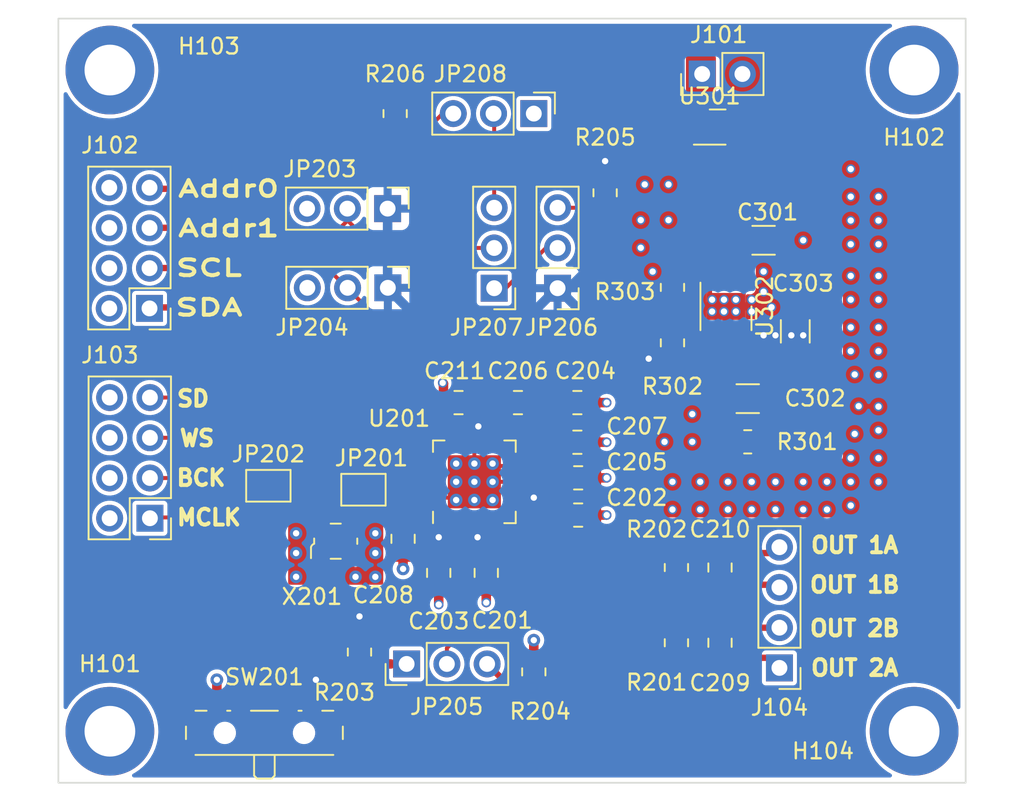
<source format=kicad_pcb>
(kicad_pcb (version 20211014) (generator pcbnew)
  (title_block (comment 4 "AISLER Project ID: GAIMMOWV"))
  (layers (0 "F.Cu" signal) (1 "In1.Cu" signal) (2 "In2.Cu" signal) (31 "B.Cu" signal) (34 "B.Paste" user) (35 "F.Paste" user) (36 "B.SilkS" user "B.Silkscreen") (37 "F.SilkS" user "F.Silkscreen") (38 "B.Mask" user) (39 "F.Mask" user) (44 "Edge.Cuts" user))
  (net 0 "")
  (net 1 "GND")
  (net 2 "/DAC_ES9033/PGND")
  (net 3 "Net-(C206-Pad1)")
  (net 4 "/DAC_ES9033/DAC_OUT1")
  (net 5 "/DAC_ES9033/DAC_OUT2")
  (net 6 "/DAC_ES9033/SDA")
  (net 7 "/DAC_ES9033/SCL")
  (net 8 "/DAC_ES9033/ADDR0")
  (net 9 "/DAC_ES9033/ADDR1")
  (net 10 "/DAC_ES9033/DAC_BCK")
  (net 11 "/DAC_ES9033/MCLK")
  (net 12 "/DAC_ES9033/DAC_WS")
  (net 13 "/DAC_ES9033/DAC_SDO")
  (net 14 "Net-(JP205-Pad3)")
  (net 15 "Net-(JP206-Pad3)")
  (net 16 "Net-(R201-Pad1)")
  (net 17 "Net-(R202-Pad1)")
  (net 18 "/DAC_ES9033/HW1")
  (net 19 "Net-(C205-Pad1)")
  (net 20 "Net-(C207-Pad1)")
  (net 21 "Net-(C206-Pad2)")
  (net 22 "/DAC_ES9033/HW0")
  (net 23 "/DAC_ES9033/MODE")
  (net 24 "/DAC_ES9033/HW2")
  (net 25 "/DAC_ES9033/MUTE_CTRL")
  (net 26 "+5V")
  (net 27 "Net-(R302-Pad2)")
  (net 28 "Net-(C302-Pad1)")
  (net 29 "+3V3")
  (net 30 "Net-(C302-Pad2)")
  (net 31 "Net-(C303-Pad4)")
  (net 32 "/DAC_ES9033/MCLK_DAC_IN")
  (net 33 "Net-(JP205-Pad1)")
  (net 34 "Net-(JP206-Pad2)")
  (net 35 "Net-(JP207-Pad3)")
  (net 36 "Net-(JP208-Pad3)")
  (net 37 "Net-(JP201-Pad1)")
  (net 39 "Net-(U201-Pad2)")
  (net 40 "/DAC_ES9033/DAC_ENABLE")
  (footprint "Jumper:SolderJumper-2_P1.3mm_Open_Pad1.0x1.5mm" (layer "F.Cu") (at 47.25 69.75 180)
    (fp_text reference "JP202")
    (fp_text value "jumper_open")
  )
  (footprint "Connector_PinHeader_2.54mm:PinHeader_1x03_P2.54mm_Vertical" (layer "F.Cu") (at 65.5 57.275 180)
    (fp_text reference "JP206")
    (fp_text value "Jumper_3_Open")
  )
  (footprint "NetTie:NetTie-2_SMD_Pad0.5mm" (layer "F.Cu") (at 42.79 51)
    (fp_text reference "NT203" hide)
    (fp_text value "NetTie_2" hide)
  )
  (footprint "Resistor_SMD:R_0805_2012Metric" (layer "F.Cu") (at 68.5 51.25 90)
    (fp_text reference "R205")
    (fp_text value "47k")
  )
  (footprint "Package_DFN_QFN:DFN-10-1EP_3x3mm_P0.5mm_EP1.7x2.5mm" (layer "F.Cu") (at 76.125 58.425 -90)
    (fp_text reference "U302")
    (fp_text value "LT3042")
  )
  (footprint "Capacitor_SMD:C_0805_2012Metric" (layer "F.Cu") (at 61 75.25 -90)
    (fp_text reference "C201")
    (fp_text value "1u")
  )
  (footprint "Package_SON:WSON-6-1EP_2x2mm_P0.65mm_EP1x1.6mm" (layer "F.Cu") (at 75.1 47.1)
    (fp_text reference "U301")
    (fp_text value "TVS1400DRV")
  )
  (footprint "Resistor_SMD:R_0805_2012Metric" (layer "F.Cu") (at 73 74.9125 90)
    (fp_text reference "R202")
    (fp_text value "300")
  )
  (footprint "Capacitor_SMD:C_0805_2012Metric" (layer "F.Cu") (at 55.75 73.1 -90)
    (fp_text reference "C208")
    (fp_text value "1u")
  )
  (footprint "Resistor_SMD:R_0805_2012Metric" (layer "F.Cu") (at 72.75 57.225 90)
    (fp_text reference "R303")
    (fp_text value "49k9")
  )
  (footprint "Capacitor_SMD:C_0805_2012Metric" (layer "F.Cu") (at 66.8 69.25)
    (fp_text reference "C205")
    (fp_text value "1u")
  )
  (footprint "Capacitor_SMD:C_1206_3216Metric" (layer "F.Cu") (at 77.5 64.25)
    (fp_text reference "C302")
    (fp_text value "u47")
  )
  (footprint "Capacitor_SMD:C_0805_2012Metric" (layer "F.Cu") (at 66.75 64.5)
    (fp_text reference "C204")
    (fp_text value "4u7")
  )
  (footprint "project_lib:1206_split" (layer "F.Cu") (at 80.5 60 -90)
    (fp_text reference "C303")
    (fp_text value "4u7")
  )
  (footprint "NetTie:NetTie-2_SMD_Pad0.5mm" (layer "F.Cu") (at 42.79 58.5)
    (fp_text reference "NT201" hide)
    (fp_text value "NetTie_2" hide)
  )
  (footprint "Connector_PinHeader_2.54mm:PinHeader_2x04_P2.54mm_Vertical" (layer "F.Cu") (at 39.775 71.8 180)
    (fp_text reference "J103")
    (fp_text value "conn_2x4_P2.52mm")
  )
  (footprint "Capacitor_SMD:C_1206_3216Metric" (layer "F.Cu") (at 78.5 54.25)
    (fp_text reference "C301")
    (fp_text value "4u7")
  )
  (footprint "Connector_PinHeader_2.54mm:PinHeader_1x03_P2.54mm_Vertical" (layer "F.Cu") (at 54.79 57.25 -90)
    (fp_text reference "JP204")
    (fp_text value "Jumper_3_Open")
  )
  (footprint "MountingHole:MountingHole_3.2mm_M3_DIN965_Pad" (layer "F.Cu") (at 37.25 85.25)
    (fp_text reference "H101")
    (fp_text value "MountingHole_Pad")
  )
  (footprint "Connector_PinHeader_2.54mm:PinHeader_1x03_P2.54mm_Vertical" (layer "F.Cu") (at 61.5 57.275 180)
    (fp_text reference "JP207")
    (fp_text value "Jumper_3_Open")
  )
  (footprint "NetTie:NetTie-2_SMD_Pad0.5mm" (layer "F.Cu") (at 42.79 55.99)
    (fp_text reference "NT202" hide)
    (fp_text value "NetTie_2" hide)
  )
  (footprint "Connector_PinHeader_2.54mm:PinHeader_1x04_P2.54mm_Vertical" (layer "F.Cu") (at 79.5 81.25 180)
    (fp_text reference "J104")
    (fp_text value "Conn_01x04")
  )
  (footprint "Connector_PinHeader_2.54mm:PinHeader_2x04_P2.54mm_Vertical" (layer "F.Cu") (at 39.75 58.55 180)
    (fp_text reference "J102")
    (fp_text value "conn_2x4_P2.52mm")
  )
  (footprint "Capacitor_SMD:C_0805_2012Metric" (layer "F.Cu") (at 66.8 71.6)
    (fp_text reference "C202")
    (fp_text value "1u")
  )
  (footprint "MountingHole:MountingHole_3.2mm_M3_DIN965_Pad" (layer "F.Cu") (at 37.25 43.5)
    (fp_text reference "H103")
    (fp_text value "MountingHole_Pad")
  )
  (footprint "Connector_PinHeader_2.54mm:PinHeader_1x03_P2.54mm_Vertical" (layer "F.Cu") (at 55.975 81 90)
    (fp_text reference "JP205")
    (fp_text value "Jumper_3_Open")
  )
  (footprint "MountingHole:MountingHole_3.2mm_M3_DIN965_Pad" (layer "F.Cu") (at 88 43.5)
    (fp_text reference "H102")
    (fp_text value "MountingHole_Pad")
  )
  (footprint "Connector_PinHeader_2.54mm:PinHeader_1x03_P2.54mm_Vertical" (layer "F.Cu") (at 64 46.25 -90)
    (fp_text reference "JP208")
    (fp_text value "Jumper_3_Open")
  )
  (footprint "Resistor_SMD:R_0805_2012Metric" (layer "F.Cu") (at 77.5 66.975)
    (fp_text reference "R301")
    (fp_text value "33k2")
  )
  (footprint "Jumper:SolderJumper-2_P1.3mm_Open_Pad1.0x1.5mm" (layer "F.Cu") (at 53.25 70)
    (fp_text reference "JP201")
    (fp_text value "jumper_open")
  )
  (footprint "MountingHole:MountingHole_3.2mm_M3_DIN965_Pad" (layer "F.Cu") (at 88 85.25)
    (fp_text reference "H104")
    (fp_text value "MountingHole_Pad")
  )
  (footprint "Resistor_SMD:R_0805_2012Metric" (layer "F.Cu") (at 73 79.6625 -90)
    (fp_text reference "R201")
    (fp_text value "300")
  )
  (footprint "Resistor_SMD:R_0805_2012Metric" (layer "F.Cu") (at 53 80.25 90)
    (fp_text reference "R203")
    (fp_text value "47k")
  )
  (footprint "Capacitor_SMD:C_0805_2012Metric" (layer "F.Cu") (at 58 75.25 -90)
    (fp_text reference "C203")
    (fp_text value "1u")
  )
  (footprint "Capacitor_SMD:C_0805_2012Metric" (layer "F.Cu") (at 59.25 64.5 180)
    (fp_text reference "C211")
    (fp_text value "1u")
  )
  (footprint "NetTie:NetTie-2_SMD_Pad0.5mm" (layer "F.Cu") (at 42.79 53.49)
    (fp_text reference "NT204" hide)
    (fp_text value "NetTie_2" hide)
  )
  (footprint "Resistor_SMD:R_0805_2012Metric" (layer "F.Cu") (at 64 81.5 90)
    (fp_text reference "R204")
    (fp_text value "47k")
  )
  (footprint "Capacitor_SMD:C_0805_2012Metric" (layer "F.Cu") (at 63 64.5 180)
    (fp_text reference "C206")
    (fp_text value "2u2")
  )
  (footprint "Connector_PinHeader_2.54mm:PinHeader_1x02_P2.54mm_Vertical" (layer "F.Cu") (at 74.625 43.75 90)
    (fp_text reference "J101")
    (fp_text value "Conn_01x02")
  )
  (footprint "Capacitor_SMD:C_0805_2012Metric" (layer "F.Cu") (at 75.75 74.9125 90)
    (fp_text reference "C210")
    (fp_text value "2n2")
  )
  (footprint "Resistor_SMD:R_0805_2012Metric" (layer "F.Cu") (at 72.75 60.725 90)
    (fp_text reference "R302")
    (fp_text value "453k")
  )
  (footprint "Oscillator:Oscillator_SMD_ECS_2520MV-xxx-xx-4Pin_2.5x2.0mm" (layer "F.Cu") (at 51.5 73.25 90)
    (fp_text reference "X201")
    (fp_text value "ECS-2520MV-xxx-xx")
  )
  (footprint "Button_Switch_SMD:SW_SP3T_PCM13" (layer "F.Cu") (at 47 85.025)
    (fp_text reference "SW201")
    (fp_text value "SW_SP3T")
  )
  (footprint "Resistor_SMD:R_0805_2012Metric" (layer "F.Cu") (at 55.25 46.25 90)
    (fp_text reference "R206")
    (fp_text value "47k")
  )
  (footprint "Connector_PinHeader_2.54mm:PinHeader_1x03_P2.54mm_Vertical" (layer "F.Cu") (at 54.775 52.25 -90)
    (fp_text reference "JP203")
    (fp_text value "Jumper_3_Open")
  )
  (footprint "Package_DFN_QFN:QFN-28-1EP_5x5mm_P0.5mm_EP3.35x3.35mm" (layer "F.Cu") (at 60.25 69.5 90)
    (fp_text reference "U201")
    (fp_text value "ES9033")
  )
  (footprint "Capacitor_SMD:C_0805_2012Metric" (layer "F.Cu") (at 66.75 67)
    (fp_text reference "C207")
    (fp_text value "1u")
  )
  (footprint "Capacitor_SMD:C_0805_2012Metric" (layer "F.Cu") (at 75.75 79.6625 -90)
    (fp_text reference "C209")
    (fp_text value "2n2")
  )
  (gr_rect (start 34 40.25) (end 91.25 88.5) (layer "Edge.Cuts") (width 0.1) (fill none))
  (gr_text "BCK\n" (at 43 69.25) (layer "F.SilkS") (effects (font (size 1 1) (thickness 0.25))))
  (gr_text "Addr1\n" (at 44.75 53.5) (layer "F.SilkS") (effects (font (size 1 1.5) (thickness 0.25))))
  (gr_text "OUT 2A\n" (at 84.25 81.25) (layer "F.SilkS") (effects (font (size 1 1) (thickness 0.25))))
  (gr_text "OUT 2B" (at 84.25 78.75) (layer "F.SilkS") (effects (font (size 1 1) (thickness 0.25))))
  (gr_text "SCL" (at 43.5 56) (layer "F.SilkS") (effects (font (size 1 1.5) (thickness 0.25))))
  (gr_text "SDA\n" (at 43.5 58.5) (layer "F.SilkS") (effects (font (size 1 1.5) (thickness 0.25))))
  (gr_text "OUT 1A" (at 84.25 73.5) (layer "F.SilkS") (effects (font (size 1 1) (thickness 0.25))))
  (gr_text "SD" (at 42.5 64.25) (layer "F.SilkS") (effects (font (size 1 1) (thickness 0.25))))
  (gr_text "WS" (at 42.75 66.75) (layer "F.SilkS") (effects (font (size 1 1) (thickness 0.25))))
  (gr_text "MCLK\n" (at 43.5 71.75) (layer "F.SilkS") (effects (font (size 1 1) (thickness 0.25))))
  (gr_text "Addr0" (at 44.75 51) (layer "F.SilkS") (effects (font (size 1 1.5) (thickness 0.25))))
  (gr_text "OUT 1B" (at 84.25 76) (layer "F.SilkS") (effects (font (size 1 1) (thickness 0.25))))
  (segment (start 79.975 54.25) (end 81 54.25) (width 0.6) (layer "F.Cu") (net 1))
  (segment (start 60.75 71.95) (end 60.75 71.15) (width 0.25) (layer "F.Cu") (net 1))
  (segment (start 61 76.375) (end 61 77.125) (width 0.6) (layer "F.Cu") (net 1))
  (segment (start 58.3 63.3) (end 58.3 64.5) (width 0.6) (layer "F.Cu") (net 1))
  (segment (start 75.75 78.7125) (end 79.4975 78.7125) (width 0.4) (layer "F.Cu") (net 1))
  (segment (start 67.25 77.25) (end 75.75 77.25) (width 0.4) (layer "F.Cu") (net 1))
  (segment (start 79 58.475) (end 79.05 58.525) (width 0.6) (layer "F.Cu") (net 1))
  (segment (start 58.25 63.25) (end 58.3 63.3) (width 0.6) (layer "F.Cu") (net 1))
  (segment (start 68.6 69.25) (end 67.595 69.25) (width 0.6) (layer "F.Cu") (net 1))
  (segment (start 62.7 69.5) (end 61.4 69.5) (width 0.25) (layer "F.Cu") (net 1))
  (segment (start 62.75 72.75) (end 67.25 77.25) (width 0.4) (layer "F.Cu") (net 1))
  (segment (start 58 76.225) (end 58 77.25) (width 0.6) (layer "F.Cu") (net 1))
  (segment (start 60.25 67.05) (end 60.25 68.35) (width 0.25) (layer "F.Cu") (net 1))
  (segment (start 68.6 67) (end 67.545 67) (width 0.6) (layer "F.Cu") (net 1))
  (segment (start 68.6 64.5) (end 67.95 64.5) (width 0.6) (layer "F.Cu") (net 1))
  (segment (start 75.125 57.875) (end 75.25 58) (width 0.25) (layer "F.Cu") (net 1))
  (segment (start 55.75 75) (end 55.75 73.95) (width 0.6) (layer "F.Cu") (net 1))
  (segment (start 57.8 70.5) (end 58.95 70.5) (width 0.25) (layer "F.Cu") (net 1))
  (segment (start 76 59.2) (end 76.125 59.325) (width 0.25) (layer "F.Cu") (net 1))
  (segment (start 64 79.5) (end 64 80.5875) (width 0.6) (layer "F.Cu") (net 1))
  (segment (start 75.75 75.8625) (end 75.75 77.25) (width 0.4) (layer "F.Cu") (net 1))
  (segment (start 75.8875 76) (end 79.33 76) (width 0.4) (layer "F.Cu") (net 1))
  (segment (start 44 83.595) (end 44 82) (width 0.6) (layer "F.Cu") (net 1))
  (segment (start 76 58.75) (end 76 59.2) (width 0.25) (layer "F.Cu") (net 1))
  (segment (start 79.05 58.525) (end 80 58.525) (width 0.6) (layer "F.Cu") (net 1))
  (segment (start 60.75 71.15) (end 60.25 70.65) (width 0.25) (layer "F.Cu") (net 1))
  (segment (start 61.75 72.25) (end 61.75 71.95) (width 0.25) (layer "F.Cu") (net 1))
  (segment (start 76.125 59.325) (end 76.125 59.8875) (width 0.25) (layer "F.Cu") (net 1))
  (segment (start 62.25 72.75) (end 61.75 72.25) (width 0.25) (layer "F.Cu") (net 1))
  (segment (start 75.125 56.9625) (end 75.125 57.875) (width 0.25) (layer "F.Cu") (net 1))
  (segment (start 62.7 68.5) (end 61.55 68.5) (width 0.25) (layer "F.Cu") (net 1))
  (segment (start 62.25 72.75) (end 62.75 72.75) (width 0.4) (layer "F.Cu") (net 1))
  (segment (start 79.33 76) (end 79.5 76.17) (width 0.4) (layer "F.Cu") (net 1))
  (segment (start 68.6 71.6) (end 67.845 71.6) (width 0.6) (layer "F.Cu") (net 1))
  (segment (start 79.4975 78.7125) (end 79.5 78.71) (width 0.4) (layer "F.Cu") (net 1))
  (segment (start 75.75 77.25) (end 75.75 78.7125) (width 0.4) (layer "F.Cu") (net 1))
  (via (at 61.4 70.65) (size 0.8) (drill 0.4) (layers "F.Cu" "B.Cu") (net 1))
  (via (at 77.75 58.75) (size 0.6) (drill 0.4) (layers "F.Cu" "B.Cu") (net 1))
  (via (at 79 58.475) (size 0.6) (drill 0.4) (layers "F.Cu" "B.Cu") (net 1))
  (via (at 76.75 58.75) (size 0.6) (drill 0.4) (layers "F.Cu" "B.Cu") (net 1))
  (via (at 85.75 69.5) (size 0.6) (drill 0.4) (layers "F.Cu" "B.Cu") (net 1))
  (via (at 84.25 62.725) (size 0.6) (drill 0.4) (layers "F.Cu" "B.Cu") (net 1))
  (via (at 85.75 59.75) (size 0.6) (drill 0.4) (layers "F.Cu" "B.Cu") (net 1))
  (via (at 76.25 69.5) (size 0.6) (drill 0.4) (layers "F.Cu" "B.Cu") (net 1))
  (via (at 76 58.75) (size 0.6) (drill 0.4) (layers "F.Cu" "B.Cu") (net 1))
  (via (at 84 68) (size 0.6) (drill 0.4) (layers "F.Cu" "B.Cu") (net 1))
  (via (at 85.75 68) (size 0.6) (drill 0.4) (layers "F.Cu" "B.Cu") (net 1))
  (via (at 68.6 71.6) (size 0.6) (drill 0.4) (layers "F.Cu" "B.Cu") (net 1))
  (via (at 76.75 58) (size 0.6) (drill 0.4) (layers "F.Cu" "B.Cu") (net 1))
  (via (at 72.75 69.5) (size 0.6) (drill 0.4) (layers "F.Cu" "B.Cu") (net 1))
  (via (at 82.5 69.5) (size 0.6) (drill 0.4) (layers "F.Cu" "B.Cu") (net 1))
  (via (at 61.4 69.5) (size 0.8) (drill 0.4) (layers "F.Cu" "B.Cu") (net 1))
  (via (at 85.75 56.5) (size 0.6) (drill 0.4) (layers "F.Cu" "B.Cu") (net 1))
  (via (at 49 72.75) (size 0.8) (drill 0.4) (layers "F.Cu" "B.Cu") (net 1))
  (via (at 72.75 71.25) (size 0.6) (drill 0.4) (layers "F.Cu" "B.Cu") (net 1))
  (via (at 85.75 66.25) (size 0.6) (drill 0.4) (layers "F.Cu" "B.Cu") (net 1))
  (via (at 58 77.25) (size 0.6) (drill 0.4) (layers "F.Cu" "B.Cu") (net 1))
  (via (at 76.25 71.25) (size 0.6) (drill 0.4) (layers "F.Cu" "B.Cu") (net 1))
  (via (at 84 69.5) (size 0.6) (drill 0.4) (layers "F.Cu" "B.Cu") (net 1))
  (via (at 84 59.75) (size 0.6) (drill 0.4) (layers "F.Cu" "B.Cu") (net 1))
  (via (at 85.75 62.75) (size 0.6) (drill 0.4) (layers "F.Cu" "B.Cu") (net 1))
  (via (at 44 82) (size 0.8) (drill 0.4) (layers "F.Cu" "B.Cu") (net 1))
  (via (at 85.75 64.75) (size 0.6) (drill 0.4) (layers "F.Cu" "B.Cu") (net 1))
  (via (at 77.75 58) (size 0.6) (drill 0.4) (layers "F.Cu" "B.Cu") (net 1))
  (via (at 70.75 52.975) (size 0.6) (drill 0.4) (layers "F.Cu" "B.Cu") (net 1))
  (via (at 71 50.725) (size 0.6) (drill 0.4) (layers "F.Cu" "B.Cu") (net 1))
  (via (at 78.5 56.225) (size 0.6) (drill 0.4) (layers "F.Cu" "B.Cu") (net 1))
  (via (at 84 56.5) (size 0.6) (drill 0.4) (layers "F.Cu" "B.Cu") (net 1))
  (via (at 78.5 57.5) (size 0.6) (drill 0.4) (layers "F.Cu" "B.Cu") (net 1))
  (via (at 85.75 53) (size 0.6) (drill 0.4) (layers "F.Cu" "B.Cu") (net 1))
  (via (at 55.75 75) (size 0.8) (drill 0.4) (layers "F.Cu" "B.Cu") (net 1))
  (via (at 81 71.25) (size 0.6) (drill 0.4) (layers "F.Cu" "B.Cu") (net 1))
  (via (at 84 61.25) (size 0.6) (drill 0.4) (layers "F.Cu" "B.Cu") (net 1))
  (via (at 72.5 52.975) (size 0.6) (drill 0.4) (layers "F.Cu" "B.Cu") (net 1))
  (via (at 60.25 68.35) (size 0.8) (drill 0.4) (layers "F.Cu" "B.Cu") (net 1))
  (via (at 85.75 51.5) (size 0.6) (drill 0.4) (layers "F.Cu" "B.Cu") (net 1))
  (via (at 59.1 70.65) (size 0.8) (drill 0.4) (layers "F.Cu" "B.Cu") (net 1))
  (via (at 72.25 66.975) (size 0.6) (drill 0.4) (layers "F.Cu" "B.Cu") (net 1))
  (via (at 60.25 69.5) (size 0.8) (drill 0.4) (layers "F.Cu" "B.Cu") (net 1))
  (via (at 64 79.5) (size 0.8) (drill 0.4) (layers "F.Cu" "B.Cu") (net 1))
  (via (at 84 58) (size 0.6) (drill 0.4) (layers "F.Cu" "B.Cu") (net 1))
  (via (at 49 74) (size 0.8) (drill 0.4) (layers "F.Cu" "B.Cu") (net 1))
  (via (at 84 71) (size 0.6) (drill 0.4) (layers "F.Cu" "B.Cu") (net 1))
  (via (at 74.5 71.25) (size 0.6) (drill 0.4) (layers "F.Cu" "B.Cu") (net 1))
  (via (at 79.25 71.25) (size 0.6) (drill 0.4) (layers "F.Cu" "B.Cu") (net 1))
  (via (at 72.5 50.725) (size 0.6) (drill 0.4) (layers "F.Cu" "B.Cu") (net 1))
  (via (at 85.75 54.5) (size 0.6) (drill 0.4) (layers "F.Cu" "B.Cu") (net 1))
  (via (at 74 65.225) (size 0.6) (drill 0.4) (layers "F.Cu" "B.Cu") (net 1))
  (via (at 68.6 69.25) (size 0.6) (drill 0.4) (layers "F.Cu" "B.Cu") (net 1))
  (via (at 75.25 58.75) (size 0.6) (drill 0.4) (layers "F.Cu" "B.Cu") (net 1))
  (via (at 52.75 75.5) (size 0.8) (drill 0.4) (layers "F.Cu" "B.Cu") (net 1))
  (via (at 81 54.25) (size 0.6) (drill 0.4) (layers "F.Cu" "B.Cu") (net 1))
  (via (at 70.75 54.725) (size 0.6) (drill 0.4) (layers "F.Cu" "B.Cu") (net 1))
  (via (at 84 51.5) (size 0.6) (drill 0.4) (layers "F.Cu" "B.Cu") (net 1))
  (via (at 79.25 69.5) (size 0.6) (drill 0.4) (layers "F.Cu" "B.Cu") (net 1))
  (via (at 84 53) (size 0.6) (drill 0.4) (layers "F.Cu" "B.Cu") (net 1))
  (via (at 68.6 67) (size 0.6) (drill 0.4) (layers "F.Cu" "B.Cu") (net 1))
  (via (at 74.5 69.5) (size 0.6) (drill 0.4) (layers "F.Cu" "B.Cu") (net 1))
  (via (at 61.4 68.35) (size 0.8) (drill 0.4) (layers "F.Cu" "B.Cu") (net 1))
  (via (at 58.25 63.25) (size 0.6) (drill 0.4) (layers "F.Cu" "B.Cu") (net 1))
  (via (at 84.5 64.725) (size 0.6) (drill 0.4) (layers "F.Cu" "B.Cu") (net 1))
  (via (at 84 49.75) (size 0.6) (drill 0.4) (layers "F.Cu" "B.Cu") (net 1))
  (via (at 74 66.975) (size 0.6) (drill 0.4) (layers "F.Cu" "B.Cu") (net 1))
  (via (at 84.25 66.475) (size 0.6) (drill 0.4) (layers "F.Cu" "B.Cu") (net 1))
  (via (at 49 75.5) (size 0.8) (drill 0.4) (layers "F.Cu" "B.Cu") (net 1))
  (via (at 76 58) (size 0.6) (drill 0.4) (layers "F.Cu" "B.Cu") (net 1))
  (via (at 75.25 58) (size 0.6) (drill 0.4) (layers "F.Cu" "B.Cu") (net 1))
  (via (at 54 75.5) (size 0.8) (drill 0.4) (layers "F.Cu" "B.Cu") (net 1))
  (via (at 81 69.5) (size 0.6) (drill 0.4) (layers "F.Cu" "B.Cu") (net 1))
  (via (at 84 54.5) (size 0.6) (drill 0.4) (layers "F.Cu" "B.Cu") (net 1))
  (via (at 61 77.125) (size 0.6) (drill 0.4) (layers "F.Cu" "B.Cu") (net 1))
  (via (at 77.75 69.5) (size 0.6) (drill 0.4) (layers "F.Cu" "B.Cu") (net 1))
  (via (at 71.5 56.225) (size 0.6) (drill 0.4) (layers "F.Cu" "B.Cu") (net 1))
  (via (at 59.1 69.5) (size 0.8) (drill 0.4) (layers "F.Cu" "B.Cu") (net 1))
  (via (at 54 74) (size 0.8) (drill 0.4) (layers "F.Cu" "B.Cu") (net 1))
  (via (at 59.1 68.35) (size 0.8) (drill 0.4) (layers "F.Cu" "B.Cu") (net 1))
  (via (at 85.75 61.25) (size 0.6) (drill 0.4) (layers "F.Cu" "B.Cu") (net 1))
  (via (at 68.6 64.5) (size 0.6) (drill 0.4) (layers "F.Cu" "B.Cu") (net 1))
  (via (at 82.5 71.25) (size 0.6) (drill 0.4) (layers "F.Cu" "B.Cu") (net 1))
  (via (at 54 72.75) (size 0.8) (drill 0.4) (layers "F.Cu" "B.Cu") (net 1))
  (via (at 85.75 58) (size 0.6) (drill 0.4) (layers "F.Cu" "B.Cu") (net 1))
  (via (at 60.25 70.65) (size 0.8) (drill 0.4) (layers "F.Cu" "B.Cu") (net 1))
  (via (at 77.75 71.25) (size 0.6) (drill 0.4) (layers "F.Cu" "B.Cu") (net 1))
  (segment (start 65.8 64.95) (end 65.8 64.5) (width 0.25) (layer "F.Cu") (net 2))
  (segment (start 63 68) (end 64 67) (width 0.25) (layer "F.Cu") (net 2))
  (segment (start 64 67) (end 64 66.75) (width 0.25) (layer "F.Cu") (net 2))
  (segment (start 64 66.75) (end 65.8 64.95) (width 0.25) (layer "F.Cu") (net 2))
  (segment (start 62.7 68) (end 63 68) (width 0.25) (layer "F.Cu") (net 2))
  (segment (start 63.95 64.5) (end 63.95 64.55) (width 0.25) (layer "F.Cu") (net 3))
  (segment (start 63.95 64.55) (end 61.75 66.75) (width 0.25) (layer "F.Cu") (net 3))
  (segment (start 61.75 66.75) (end 61.75 67.05) (width 0.25) (layer "F.Cu") (net 3))
  (segment (start 78.8625 80.6125) (end 79.5 81.25) (width 0.4) (layer "F.Cu") (net 4))
  (segment (start 75.75 80.6125) (end 78.8625 80.6125) (width 0.4) (layer "F.Cu") (net 4))
  (segment (start 73 80.575) (end 75.7125 80.575) (width 0.4) (layer "F.Cu") (net 4))
  (segment (start 75.7875 74) (end 79.13 74) (width 0.4) (layer "F.Cu") (net 5))
  (segment (start 79.13 74) (end 79.5 73.63) (width 0.4) (layer "F.Cu") (net 5))
  (segment (start 73 74) (end 75.7125 74) (width 0.6) (layer "F.Cu") (net 5))
  (segment (start 42.5 58.49) (end 39.8 58.49) (width 0.4) (layer "F.Cu") (net 6))
  (segment (start 42.28 56) (end 42.29 55.99) (width 0.4) (layer "F.Cu") (net 7))
  (segment (start 39.75 56) (end 42.28 56) (width 0.4) (layer "F.Cu") (net 7))
  (segment (start 42.26 53.46) (end 42.29 53.49) (width 0.4) (layer "F.Cu") (net 8))
  (segment (start 39.75 53.46) (end 42.26 53.46) (width 0.4) (layer "F.Cu") (net 8))
  (segment (start 39.75 50.92) (end 39.83 51) (width 0.4) (layer "F.Cu") (net 9))
  (segment (start 39.83 51) (end 42.485 51) (width 0.4) (layer "F.Cu") (net 9))
  (segment (start 42.485 51) (end 42.5 51.015) (width 0.4) (layer "F.Cu") (net 9))
  (segment (start 57.8 69.5) (end 56 69.5) (width 0.25) (layer "F.Cu") (net 10))
  (segment (start 56 69.5) (end 54 67.5) (width 0.25) (layer "F.Cu") (net 10))
  (segment (start 54 67.5) (end 45.25 67.5) (width 0.25) (layer "F.Cu") (net 10))
  (segment (start 45.25 67.5) (end 43.49 69.26) (width 0.25) (layer "F.Cu") (net 10))
  (segment (start 43.49 69.26) (end 39.775 69.26) (width 0.25) (layer "F.Cu") (net 10))
  (segment (start 39.825 71.75) (end 44.6 71.75) (width 0.25) (layer "F.Cu") (net 11))
  (segment (start 39.775 71.8) (end 39.825 71.75) (width 0.25) (layer "F.Cu") (net 11))
  (segment (start 44.6 71.75) (end 46.6 69.75) (width 0.25) (layer "F.Cu") (net 11))
  (segment (start 57.8 69) (end 56.5 69) (width 0.25) (layer "F.Cu") (net 12))
  (segment (start 53.5 66) (end 43.75 66) (width 0.25) (layer "F.Cu") (net 12))
  (segment (start 56.5 69) (end 53.5 66) (width 0.25) (layer "F.Cu") (net 12))
  (segment (start 43.75 66) (end 43.03 66.72) (width 0.25) (layer "F.Cu") (net 12))
  (segment (start 43.03 66.72) (end 39.775 66.72) (width 0.25) (layer "F.Cu") (net 12))
  (segment (start 57.25 68.5) (end 52.93 64.18) (width 0.25) (layer "F.Cu") (net 13))
  (segment (start 52.93 64.18) (end 39.775 64.18) (width 0.25) (layer "F.Cu") (net 13))
  (segment (start 57.8 68.5) (end 57.25 68.5) (width 0.25) (layer "F.Cu") (net 13))
  (segment (start 62.455 82.4) (end 61.055 81) (width 0.4) (layer "F.Cu") (net 14))
  (segment (start 63.1875 82.4) (end 62.455 82.4) (width 0.4) (layer "F.Cu") (net 14))
  (segment (start 63.2 82.4125) (end 63.1875 82.4) (width 0.4) (layer "F.Cu") (net 14))
  (segment (start 65.5 52.195) (end 68.2175 52.195) (width 0.25) (layer "F.Cu") (net 15))
  (segment (start 68.2175 52.195) (end 68.5 51.9125) (width 0.25) (layer "F.Cu") (net 15))
  (segment (start 61.5 73) (end 61.25 72.75) (width 0.25) (layer "F.Cu") (net 16))
  (segment (start 61.5 73) (end 67.25 78.75) (width 0.4) (layer "F.Cu") (net 16))
  (segment (start 67.25 78.75) (end 73 78.75) (width 0.4) (layer "F.Cu") (net 16))
  (segment (start 61.25 72.75) (end 61.25 71.95) (width 0.25) (layer "F.Cu") (net 16))
  (segment (start 63.25 71) (end 62.7 71) (width 0.25) (layer "F.Cu") (net 17))
  (segment (start 67.575 75.825) (end 73 75.825) (width 0.4) (layer "F.Cu") (net 17))
  (segment (start 63.5 71.25) (end 63.25 71) (width 0.25) (layer "F.Cu") (net 17))
  (segment (start 63.5 71.75) (end 67.575 75.825) (width 0.4) (layer "F.Cu") (net 17))
  (segment (start 63.5 71.25) (end 63.5 71.75) (width 0.4) (layer "F.Cu") (net 17))
  (segment (start 43.29 55.96) (end 43.29 55.99) (width 0.25) (layer "F.Cu") (net 18))
  (segment (start 51 54.25) (end 45 54.25) (width 0.25) (layer "F.Cu") (net 18))
  (segment (start 52.235 53.015) (end 51 54.25) (width 0.25) (layer "F.Cu") (net 18))
  (segment (start 56.25 54.75) (end 54 54.75) (width 0.25) (layer "F.Cu") (net 18))
  (segment (start 52.235 52.25) (end 52.235 53.015) (width 0.25) (layer "F.Cu") (net 18))
  (segment (start 58.25 66.25) (end 57.25 66.25) (width 0.25) (layer "F.Cu") (net 18))
  (segment (start 58.75 66.75) (end 58.25 66.25) (width 0.25) (layer "F.Cu") (net 18))
  (segment (start 45 54.25) (end 43.29 55.96) (width 0.25) (layer "F.Cu") (net 18))
  (segment (start 57 59.25) (end 57 55.5) (width 0.25) (layer "F.Cu") (net 18))
  (segment (start 52.235 52.985) (end 52.235 52.25) (width 0.25) (layer "F.Cu") (net 18))
  (segment (start 58.75 67.05) (end 58.75 66.75) (width 0.25) (layer "F.Cu") (net 18))
  (segment (start 57.25 66.25) (end 56.25 65.25) (width 0.25) (layer "F.Cu") (net 18))
  (segment (start 54 54.75) (end 52.235 52.985) (width 0.25) (layer "F.Cu") (net 18))
  (segment (start 56.25 65.25) (end 56.25 60) (width 0.25) (layer "F.Cu") (net 18))
  (segment (start 57 55.5) (end 56.25 54.75) (width 0.25) (layer "F.Cu") (net 18))
  (segment (start 56.25 60) (end 57 59.25) (width 0.25) (layer "F.Cu") (net 18))
  (segment (start 62.7 70) (end 63.5 70) (width 0.25) (layer "F.Cu") (net 19))
  (segment (start 64.25 69.25) (end 65.695 69.25) (width 0.25) (layer "F.Cu") (net 19))
  (segment (start 56.8 71) (end 57.65 71) (width 0.25) (layer "F.Cu") (net 19))
  (segment (start 55.75 72.05) (end 56.8 71) (width 0.25) (layer "F.Cu") (net 19))
  (segment (start 63.5 70) (end 64.25 69.25) (width 0.25) (layer "F.Cu") (net 19))
  (segment (start 65.25 67) (end 65.8 67) (width 0.25) (layer "F.Cu") (net 20))
  (segment (start 63.25 69) (end 65.25 67) (width 0.25) (layer "F.Cu") (net 20))
  (segment (start 62.7 69) (end 63.25 69) (width 0.25) (layer "F.Cu") (net 20))
  (segment (start 62 65.5) (end 62 64.55) (width 0.25) (layer "F.Cu") (net 21))
  (segment (start 61.25 66.25) (end 61.25 67.05) (width 0.25) (layer "F.Cu") (net 21))
  (segment (start 62 65.5) (end 61.25 66.25) (width 0.25) (layer "F.Cu") (net 21))
  (segment (start 46.54 55.25) (end 50.21 55.25) (width 0.25) (layer "F.Cu") (net 22))
  (segment (start 50.21 55.25) (end 55.5 60.54) (width 0.25) (layer "F.Cu") (net 22))
  (segment (start 55.5 60.54) (end 55.5 65.25) (width 0.25) (layer "F.Cu") (net 22))
  (segment (start 43.29 58.5) (end 46.54 55.25) (width 0.25) (layer "F.Cu") (net 22))
  (segment (start 57.8 67.55) (end 57.8 68) (width 0.25) (layer "F.Cu") (net 22))
  (segment (start 55.5 65.25) (end 57.8 67.55) (width 0.25) (layer "F.Cu") (net 22))
  (segment (start 58.515 81) (end 58.515 80) (width 0.25) (layer "F.Cu") (net 23))
  (segment (start 58.515 80) (end 59.75 78.765) (width 0.25) (layer "F.Cu") (net 23))
  (segment (start 59.75 78.765) (end 59.75 71.95) (width 0.25) (layer "F.Cu") (net 23))
  (segment (start 59.75 66.25) (end 59.25 65.75) (width 0.25) (layer "F.Cu") (net 24))
  (segment (start 57.25 49) (end 45.21 49) (width 0.25) (layer "F.Cu") (net 24))
  (segment (start 45.21 49) (end 43.29 50.92) (width 0.25) (layer "F.Cu") (net 24))
  (segment (start 61.5 54.735) (end 59.265 54.735) (width 0.25) (layer "F.Cu") (net 24))
  (segment (start 59.25 51) (end 57.25 49) (width 0.25) (layer "F.Cu") (net 24))
  (segment (start 59.265 54.735) (end 59.25 54.75) (width 0.25) (layer "F.Cu") (net 24))
  (segment (start 59.75 67.05) (end 59.75 66.25) (width 0.25) (layer "F.Cu") (net 24))
  (segment (start 59.25 65.75) (end 59.25 54.75) (width 0.25) (layer "F.Cu") (net 24))
  (segment (start 59.25 54.75) (end 59.25 51) (width 0.25) (layer "F.Cu") (net 24))
  (segment (start 57 50) (end 46.75 50) (width 0.25) (layer "F.Cu") (net 25))
  (segment (start 46.75 50) (end 43.29 53.46) (width 0.25) (layer "F.Cu") (net 25))
  (segment (start 43.29 53.46) (end 43.29 53.49) (width 0.25) (layer "F.Cu") (net 25))
  (segment (start 58.25 51.25) (end 57 50) (width 0.25) (layer "F.Cu") (net 25))
  (segment (start 58.25 59.5) (end 58.25 51.25) (width 0.25) (layer "F.Cu") (net 25))
  (segment (start 57 65.25) (end 57 60.75) (width 0.25) (layer "F.Cu") (net 25))
  (segment (start 58.5 65.75) (end 57.5 65.75) (width 0.25) (layer "F.Cu") (net 25))
  (segment (start 57.5 65.75) (end 57 65.25) (width 0.25) (layer "F.Cu") (net 25))
  (segment (start 57 60.75) (end 58.25 59.5) (width 0.25) (layer "F.Cu") (net 25))
  (segment (start 59.25 67.05) (end 59.25 66.5) (width 0.25) (layer "F.Cu") (net 25))
  (segment (start 59.25 66.5) (end 58.5 65.75) (width 0.25) (layer "F.Cu") (net 25))
  (segment (start 77.125 56.9625) (end 77.125 56.425) (width 0.25) (layer "F.Cu") (net 26))
  (segment (start 76.6 56.2) (end 76.625 56.225) (width 0.25) (layer "F.Cu") (net 26))
  (segment (start 76.275 56.2) (end 76.6 56.2) (width 0.25) (layer "F.Cu") (net 26))
  (segment (start 76.125 56.35) (end 76.275 56.2) (width 0.25) (layer "F.Cu") (net 26))
  (segment (start 77.125 56.425) (end 76.9 56.2) (width 0.25) (layer "F.Cu") (net 26))
  (segment (start 76.625 56.225) (end 76.625 56.9625) (width 0.25) (layer "F.Cu") (net 26))
  (segment (start 76.125 56.9625) (end 76.125 56.35) (width 0.25) (layer "F.Cu") (net 26))
  (segment (start 76.9 56.2) (end 76.6 56.2) (width 0.25) (layer "F.Cu") (net 26))
  (segment (start 76.025 64.25) (end 76.025 62.025) (width 0.25) (layer "F.Cu") (net 28))
  (segment (start 76.025 62.025) (end 75.625 61.625) (width 0.25) (layer "F.Cu") (net 28))
  (segment (start 75.625 61.625) (end 75.625 59.8875) (width 0.25) (layer "F.Cu") (net 28))
  (segment (start 78.5 60.25) (end 78.1375 59.8875) (width 0.25) (layer "F.Cu") (net 29))
  (segment (start 60.5 73) (end 60.25 72.75) (width 0.25) (layer "F.Cu") (net 29))
  (segment (start 60.75 66.25) (end 60.75 67.05) (width 0.25) (layer "F.Cu") (net 29))
  (segment (start 58 73) (end 58.5 72.5) (width 0.6) (layer "F.Cu") (net 29))
  (segment (start 50.575 75.825) (end 50.575 72.525) (width 0.6) (layer "F.Cu") (net 29))
  (segment (start 68.5 50.3375) (end 68.5 49.25) (width 0.6) (layer "F.Cu") (net 29))
  (segment (start 60.5 73) (end 61 73.5) (width 0.6) (layer "F.Cu") (net 29))
  (segment (start 61 73.5) (end 61 74.3) (width 0.6) (layer "F.Cu") (net 29))
  (segment (start 50 82.25) (end 50 84.07) (width 0.25) (layer "F.Cu") (net 29))
  (segment (start 71.25 61.725) (end 71.3375 61.6375) (width 0.6) (layer "F.Cu") (net 29))
  (segment (start 60.5 66) (end 60.25 65.75) (width 0.6) (layer "F.Cu") (net 29))
  (segment (start 64.25 70.5) (end 65.5 71.75) (width 0.6) (layer "F.Cu") (net 29))
  (segment (start 53 78) (end 52.75 78) (width 0.6) (layer "F.Cu") (net 29))
  (segment (start 71.3375 61.6375) (end 72.75 61.6375) (width 0.6) (layer "F.Cu") (net 29))
  (segment (start 60.5 66) (end 60.75 66.25) (width 0.25) (layer "F.Cu") (net 29))
  (segment (start 60.25 72.75) (end 60.25 71.95) (width 0.25) (layer "F.Cu") (net 29))
  (segment (start 50.25 82) (end 50 82.25) (width 0.25) (layer "F.Cu") (net 29))
  (segment (start 60.45 73) (end 60.5 73) (width 0.6) (layer "F.Cu") (net 29))
  (segment (start 58.75 72.25) (end 58.5 72.5) (width 0.25) (layer "F.Cu") (net 29))
  (segment (start 53 78) (end 53 79.3375) (width 0.6) (layer "F.Cu") (net 29))
  (segment (start 58 74.3) (end 58 73) (width 0.6) (layer "F.Cu") (net 29))
  (segment (start 60.25 65.75) (end 60.25 64.55) (width 0.6) (layer "F.Cu") (net 29))
  (segment (start 64 70.5) (end 62.7 70.5) (width 0.25) (layer "F.Cu") (net 29))
  (segment (start 64 70.5) (end 64.25 70.5) (width 0.6) (layer "F.Cu") (net 29))
  (segment (start 78.1375 59.8875) (end 77.125 59.8875) (width 0.25) (layer "F.Cu") (net 29))
  (segment (start 52.75 78) (end 50.575 75.825) (width 0.6) (layer "F.Cu") (net 29))
  (segment (start 58.75 71.95) (end 58.75 72.25) (width 0.25) (layer "F.Cu") (net 29))
  (via (at 80.25 60.25) (size 0.6) (drill 0.4) (layers "F.Cu" "B.Cu") (net 29))
  (via (at 53 78) (size 0.8) (drill 0.4) (layers "F.Cu" "B.Cu") (net 29))
  (via (at 78.5 60.25) (size 0.6) (drill 0.4) (layers "F.Cu" "B.Cu") (net 29))
  (via (at 58 73) (size 0.6) (drill 0.4) (layers "F.Cu" "B.Cu") (net 29))
  (via (at 60.5 66) (size 0.6) (drill 0.4) (layers "F.Cu" "B.Cu") (net 29))
  (via (at 50.25 82) (size 0.8) (drill 0.4) (layers "F.Cu" "B.Cu") (net 29))
  (via (at 81 60.25) (size 0.6) (drill 0.4) (layers "F.Cu" "B.Cu") (net 29))
  (via (at 68.5 49.25) (size 0.8) (drill 0.4) (layers "F.Cu" "B.Cu") (net 29))
  (via (at 71.25 61.725) (size 0.8) (drill 0.4) (layers "F.Cu" "B.Cu") (net 29))
  (via (at 64 70.5) (size 0.6) (drill 0.4) (layers "F.Cu" "B.Cu") (net 29))
  (via (at 60.45 73) (size 0.6) (drill 0.4) (layers "F.Cu" "B.Cu") (net 29))
  (via (at 79.25 60.25) (size 0.6) (drill 0.4) (layers "F.Cu" "B.Cu") (net 29))
  (segment (start 53 78) (end 54.5 78) (width 0.6) (layer "B.Cu") (net 29))
  (segment (start 53 78) (end 53 79.25) (width 0.25) (layer "B.Cu") (net 29))
  (segment (start 56.5 59) (end 54.79 57.29) (width 0.6) (layer "B.Cu") (net 29))
  (segment (start 71.25 61.725) (end 69.95 61.725) (width 0.6) (layer "B.Cu") (net 29))
  (segment (start 65.5 57.275) (end 65.475 57.275) (width 0.6) (layer "B.Cu") (net 29))
  (segment (start 54.5 78) (end 58 74.5) (width 0.6) (layer "B.Cu") (net 29))
  (segment (start 69.95 61.725) (end 65.5 57.275) (width 0.6) (layer "B.Cu") (net 29))
  (segment (start 65.475 57.275) (end 63.75 59) (width 0.6) (layer "B.Cu") (net 29))
  (segment (start 54.79 57.29) (end 54.79 57.25) (width 0.6) (layer "B.Cu") (net 29))
  (segment (start 68.5 55) (end 68.5 49.25) (width 0.6) (layer "B.Cu") (net 29))
  (segment (start 54.775 57.235) (end 54.79 57.25) (width 0.6) (layer "B.Cu") (net 29))
  (segment (start 58 74.5) (end 58 73) (width 0.6) (layer "B.Cu") (net 29))
  (segment (start 65.5 57.275) (end 66.225 57.275) (width 0.6) (layer "B.Cu") (net 29))
  (segment (start 66.225 57.275) (end 68.5 55) (width 0.6) (layer "B.Cu") (net 29))
  (segment (start 53 79.25) (end 50.25 82) (width 0.25) (layer "B.Cu") (net 29))
  (segment (start 54.775 52.25) (end 54.775 57.235) (width 0.6) (layer "B.Cu") (net 29))
  (segment (start 63.75 59) (end 56.5 59) (width 0.6) (layer "B.Cu") (net 29))
  (segment (start 76.625 60.875) (end 77.25 61.5) (width 0.25) (layer "F.Cu") (net 31))
  (segment (start 77.25 61.5) (end 79.975 61.5) (width 0.25) (layer "F.Cu") (net 31))
  (segment (start 76.625 59.8875) (end 76.625 60.875) (width 0.25) (layer "F.Cu") (net 31))
  (segment (start 53.9 70) (end 57.8 70) (width 0.25) (layer "F.Cu") (net 32))
  (segment (start 49.5 69.75) (end 47.9 69.75) (width 0.25) (layer "F.Cu") (net 32))
  (segment (start 53.3 68.8) (end 50.45 68.8) (width 0.25) (layer "F.Cu") (net 32))
  (segment (start 53.9 70) (end 53.9 69.4) (width 0.25) (layer "F.Cu") (net 32))
  (segment (start 53.9 69.4) (end 53.3 68.8) (width 0.25) (layer "F.Cu") (net 32))
  (segment (start 50.45 68.8) (end 49.5 69.75) (width 0.25) (layer "F.Cu") (net 32))
  (segment (start 53 81.1625) (end 53.1625 81) (width 0.6) (layer "F.Cu") (net 33))
  (segment (start 53.1625 81) (end 54.975 81) (width 0.6) (layer "F.Cu") (net 33))
  (segment (start 64.765 54.735) (end 65.5 54.735) (width 0.25) (layer "F.Cu") (net 34))
  (segment (start 62.225 57.275) (end 64.765 54.735) (width 0.25) (layer "F.Cu") (net 34))
  (segment (start 61.25 57.275) (end 62.225 57.275) (width 0.25) (layer "F.Cu") (net 34))
  (segment (start 61.25 52.195) (end 61.5 51.945) (width 0.25) (layer "F.Cu") (net 35))
  (segment (start 61.5 46.29) (end 61.46 46.25) (width 0.25) (layer "F.Cu") (net 35))
  (segment (start 61.5 51.945) (end 61.5 46.29) (width 0.25) (layer "F.Cu") (net 35))
  (segment (start 58.92 46.25) (end 58.25 46.25) (width 0.25) (layer "F.Cu") (net 36))
  (segment (start 58.25 46.25) (end 57.3375 47.1625) (width 0.25) (layer "F.Cu") (net 36))
  (segment (start 57.3375 47.1625) (end 55.25 47.1625) (width 0.25) (layer "F.Cu") (net 36))
  (segment (start 58.92 46.25) (end 58.5 46.25) (width 0.25) (layer "B.Cu") (net 36))
  (segment (start 52.6 72.35) (end 52.425 72.525) (width 0.25) (layer "F.Cu") (net 37))
  (segment (start 52.6 70) (end 52.6 72.35) (width 0.25) (layer "F.Cu") (net 37))
  (segment (start 55.25 79.25) (end 54.25 80.25) (width 0.25) (layer "F.Cu") (net 39))
  (segment (start 59.25 77.25) (end 57.25 79.25) (width 0.25) (layer "F.Cu") (net 39))
  (segment (start 54.25 80.25) (end 50.5 80.25) (width 0.25) (layer "F.Cu") (net 39))
  (segment (start 59.25 71.95) (end 59.25 77.25) (width 0.25) (layer "F.Cu") (net 39))
  (segment (start 57.25 79.25) (end 55.25 79.25) (width 0.25) (layer "F.Cu") (net 39))
  (segment (start 50.5 80.25) (end 48.5 82.25) (width 0.25) (layer "F.Cu") (net 39))
  (segment (start 48.5 82.25) (end 48.5 84.07) (width 0.25) (layer "F.Cu") (net 39))
  (zone (net 1) (net_name "GND") (layer "F.Cu") (connect_pads yes (clearance 0.254)) (min_thickness 0.254) (fill yes (thermal_gap 0.508) (thermal_bridge_width 0.508))
    (polygon (pts (xy 75.7 45.5) (xy 75.5 45.5) (xy 75.5 48.4) (xy 73.6 48.4) (xy 73.6 42.6) (xy 75.7 42.6)))
  )
  (zone (net 27) (net_name "Net-(R302-Pad2)") (layer "F.Cu") (priority 1) (connect_pads yes (clearance 0.254)) (min_thickness 0.254) (fill yes (thermal_gap 0) (thermal_bridge_width 0.508))
    (polygon (pts (xy 74.25 59.475) (xy 75.25 59.475) (xy 75.25 60.225) (xy 73.75 60.475) (xy 72 60.475) (xy 72 57.475) (xy 73.75 57.475) (xy 73.75 59.475)))
  )
  (zone (net 1) (net_name "GND") (layer "F.Cu") (connect_pads (clearance 0.254)) (min_thickness 0.254) (fill yes (thermal_gap 0) (thermal_bridge_width 0.508))
    (polygon (pts (xy 85 71.75) (xy 71.5 71.75) (xy 70 70.225) (xy 70 50.2) (xy 71.4 49.175) (xy 84.9 49.175) (xy 86.5 50.475) (xy 86.5 70.725)))
  )
  (zone (net 1) (net_name "GND") (layer "F.Cu") (priority 1) (connect_pads yes (clearance 0.508)) (min_thickness 0.254) (fill yes (thermal_gap 0.508) (thermal_bridge_width 0.508))
    (polygon (pts (xy 63.25 72.5) (xy 57.25 72.5) (xy 57.25 66.5) (xy 63.25 66.5)))
  )
  (zone (net 26) (net_name "+5V") (layer "F.Cu") (priority 2) (connect_pads yes (clearance 0.254)) (min_thickness 0.254) (fill yes (thermal_gap 0.508) (thermal_bridge_width 0.508) (smoothing chamfer) (radius 0.1))
    (polygon (pts (xy 75.75 57.475) (xy 75.75 53.225) (xy 75.75 52.475) (xy 75.75 50) (xy 75.75 42.4) (xy 78.5 42.4) (xy 78.5 52.475) (xy 77.75 53) (xy 77.75 57.5)))
  )
  (zone (net 30) (net_name "Net-(C302-Pad2)") (layer "F.Cu") (priority 3) (connect_pads yes (clearance 0.254)) (min_thickness 0.254) (fill yes (thermal_gap 0.508) (thermal_bridge_width 0.508) (smoothing chamfer))
    (polygon (pts (xy 77.75 68) (xy 77.75 62.75) (xy 81.75 62.75) (xy 81.75 59.25) (xy 80.5 59.25) (xy 80.5 57.75) (xy 83.25 57.75) (xy 83.25 68)))
  )
  (zone (net 1) (net_name "GND") (layer "F.Cu") (connect_pads (clearance 0.254)) (min_thickness 0.254) (fill yes (thermal_gap 0.508) (thermal_bridge_width 0.508))
    (polygon (pts (xy 54.5 76) (xy 48.5 76) (xy 48.5 71) (xy 54.5 71)))
  )
  (zone (net 29) (net_name "+3V3") (layer "F.Cu") (priority 2) (connect_pads yes (clearance 0.254)) (min_thickness 0.254) (fill yes (thermal_gap 0.508) (thermal_bridge_width 0.508))
    (polygon (pts (xy 80.5 62) (xy 80.5 60.75) (xy 79.25 60.75) (xy 79.25 61) (xy 77.5 61) (xy 76.75 60.5) (xy 76.75 59.5) (xy 78 59.5) (xy 79.25 59.5) (xy 79.25 59.75) (xy 81.5 59.75) (xy 81.5 62)))
  )
  (zone (net 28) (net_name "Net-(C302-Pad1)") (layer "F.Cu") (priority 3) (connect_pads yes (clearance 0.254)) (min_thickness 0.254) (fill yes (thermal_gap 0.508) (thermal_bridge_width 0.508))
    (polygon (pts (xy 75.25 68) (xy 75.25 59.5) (xy 75.75 59.5) (xy 75.75 60.5) (xy 77.25 62.725) (xy 77.25 68)))
  )
  (zone (net 29) (net_name "+3V3") (layer "B.Cu") (connect_pads (clearance 0.254)) (min_thickness 0.254) (fill yes (thermal_gap 0) (thermal_bridge_width 0.508))
    (polygon (pts (xy 64.5 71) (xy 61.5 73.75) (xy 56.75 73.75) (xy 56.8 66.8) (xy 61.4 63) (xy 64.6 63)))
  )
  (zone (net 29) (net_name "+3V3") (layer "B.Cu") (connect_pads (clearance 0.254)) (min_thickness 0.254) (fill yes (thermal_gap 0.508) (thermal_bridge_width 0.508))
    (polygon (pts (xy 81.5 60.75) (xy 78 60.75) (xy 73 64.25) (xy 68.75 65.5) (xy 64.4 65.5) (xy 64.4 63) (xy 72 59.5) (xy 78 59.5) (xy 81.5 59.5)))
  )
  (zone (net 29) (net_name "+3V3") (layer "B.Cu") (connect_pads (clearance 0.254)) (min_thickness 0.254) (fill yes (thermal_gap 0.508) (thermal_bridge_width 0.508))
    (polygon (pts (xy 91.75 89) (xy 33.5 89) (xy 33.5 39.75) (xy 91.75 39.75)))
  )
)
</source>
